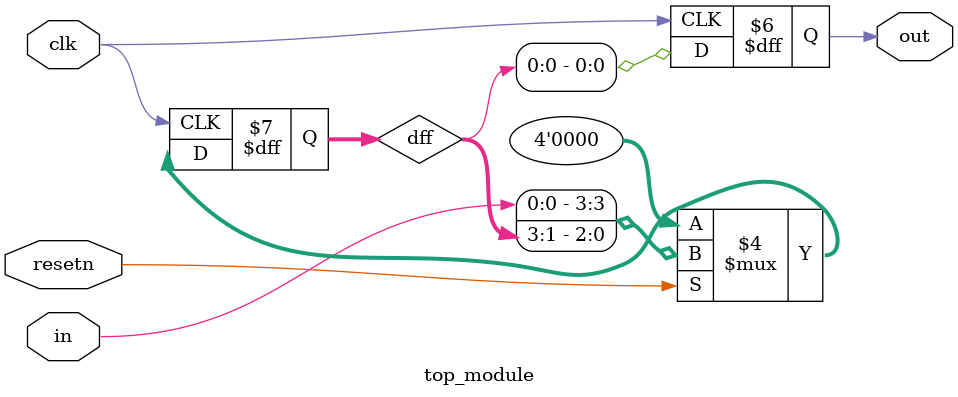
<source format=v>
module top_module (
    input clk,
    input resetn,   // synchronous reset
    input in,
    output reg out);
	
    reg[3:0] dff;
    
    always@(posedge clk)begin 
        out <= dff[0];
        if(!resetn)
            dff <= 0;
        else begin 
            dff <= {in, dff[3:1]};
        end
    end
endmodule

</source>
